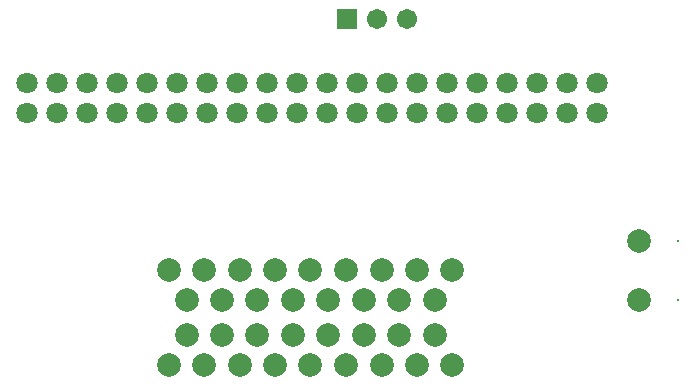
<source format=gbs>
%FSTAX23Y23*%
%MOIN*%
%SFA1B1*%

%IPPOS*%
%ADD18C,0.078866*%
%ADD19C,0.070992*%
%ADD20C,0.067055*%
%ADD21R,0.067055X0.067055*%
%ADD22C,0.008000*%
%LNpcb1-1*%
%LPD*%
G54D18*
X01787Y-01236D03*
X01669D03*
X01728Y-01137D03*
X0161D03*
X01728Y-01019D03*
X0161D03*
X01787Y-00921D03*
X01669D03*
X00842Y-01236D03*
X0096D03*
X01078D03*
X01196D03*
X01314D03*
X01433D03*
X01551D03*
X00901Y-01137D03*
X01019D03*
X01137D03*
X01255D03*
X01374D03*
X01492D03*
Y-01019D03*
X01374D03*
X01255D03*
X01137D03*
X01019D03*
X00901D03*
X01551Y-00921D03*
X01433D03*
X01314D03*
X01196D03*
X01078D03*
X0096D03*
X00842D03*
X02409Y-00822D03*
Y-01019D03*
G54D19*
X0227Y-00397D03*
X0217D03*
X0207D03*
X0197D03*
X0187D03*
X0177D03*
X0167D03*
X0157D03*
X0147D03*
X0137D03*
X0127D03*
X0117D03*
X0107D03*
X0097D03*
X0087D03*
X0077D03*
X0067D03*
X0057D03*
X0047D03*
X0037D03*
X0227Y-00297D03*
X0217D03*
X0207D03*
X0197D03*
X0187D03*
X0177D03*
X0167D03*
X0157D03*
X0147D03*
X0137D03*
X0127D03*
X0117D03*
X0107D03*
X0097D03*
X0087D03*
X0077D03*
X0067D03*
X0057D03*
X0047D03*
X0037D03*
G54D20*
X01635Y-00082D03*
X01535D03*
G54D21*
X01435Y-00082D03*
G54D22*
X02539Y-00822D03*
Y-01019D03*
M02*
</source>
